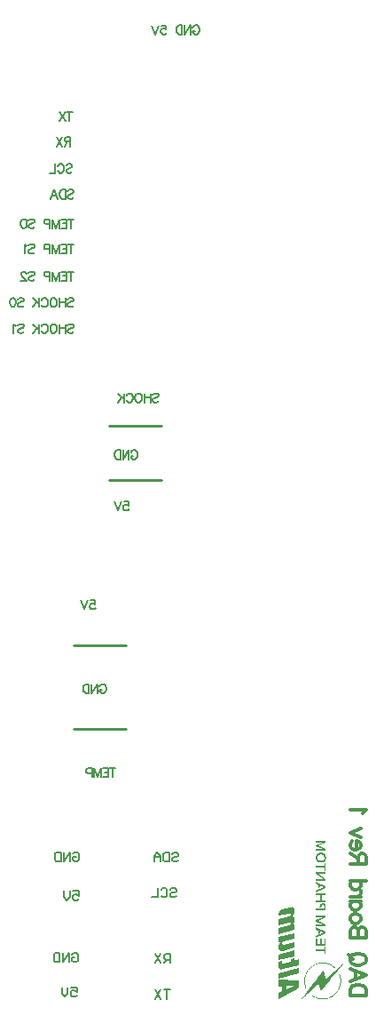
<source format=gbo>
G04*
G04 #@! TF.GenerationSoftware,Altium Limited,Altium Designer,18.1.11 (251)*
G04*
G04 Layer_Color=32896*
%FSLAX25Y25*%
%MOIN*%
G70*
G01*
G75*
%ADD13C,0.01000*%
%ADD15C,0.00620*%
%ADD17C,0.01181*%
G36*
X126918Y75550D02*
X126923D01*
X126931Y75546D01*
X126948D01*
X126970Y75537D01*
X126996Y75533D01*
X127026Y75524D01*
X127099Y75498D01*
X127177Y75468D01*
X127259Y75425D01*
X127336Y75369D01*
X127410Y75300D01*
Y75296D01*
X127418Y75291D01*
X127427Y75278D01*
X127435Y75261D01*
X127465Y75218D01*
X127500Y75153D01*
X127539Y75080D01*
X127578Y74994D01*
X127616Y74895D01*
X127647Y74787D01*
Y74783D01*
X127651Y74774D01*
X127655Y74757D01*
X127659Y74735D01*
X127664Y74709D01*
X127672Y74675D01*
X127677Y74636D01*
X127685Y74593D01*
X127694Y74546D01*
X127698Y74494D01*
X127711Y74382D01*
X127720Y74257D01*
X127724Y74119D01*
Y74050D01*
X127720Y74024D01*
Y73955D01*
X127711Y73878D01*
X127703Y73791D01*
X127690Y73701D01*
X127672Y73606D01*
Y73593D01*
X127668Y73580D01*
X127664Y73563D01*
X127659Y73541D01*
X127651Y73516D01*
X127638Y73451D01*
X127616Y73373D01*
X127591Y73291D01*
X127560Y73201D01*
X127526Y73110D01*
Y73106D01*
X127522Y73097D01*
X127517Y73085D01*
X127509Y73067D01*
X127496Y73041D01*
X127483Y73016D01*
X127453Y72951D01*
X127414Y72878D01*
X127366Y72796D01*
X127310Y72710D01*
X127250Y72623D01*
Y72619D01*
X127241Y72615D01*
X127233Y72602D01*
X127220Y72585D01*
X127181Y72541D01*
X127134Y72486D01*
X127073Y72421D01*
X127000Y72352D01*
X126923Y72279D01*
X126832Y72205D01*
X126836D01*
X126841D01*
X126854Y72201D01*
X126871Y72197D01*
X126914Y72188D01*
X126966Y72171D01*
X127026Y72149D01*
X127091Y72123D01*
X127160Y72093D01*
X127224Y72059D01*
X127233Y72054D01*
X127254Y72041D01*
X127285Y72020D01*
X127323Y71990D01*
X127366Y71951D01*
X127414Y71904D01*
X127461Y71852D01*
X127509Y71792D01*
X127513Y71783D01*
X127526Y71761D01*
X127547Y71727D01*
X127569Y71675D01*
X127595Y71615D01*
X127621Y71542D01*
X127647Y71460D01*
X127668Y71369D01*
Y71365D01*
X127672Y71356D01*
Y71343D01*
X127677Y71326D01*
X127681Y71300D01*
X127685Y71270D01*
X127690Y71236D01*
X127698Y71201D01*
X127707Y71111D01*
X127716Y71012D01*
X127720Y70895D01*
X127724Y70770D01*
Y70714D01*
X127720Y70671D01*
Y70619D01*
X127711Y70559D01*
X127707Y70490D01*
X127698Y70417D01*
X127685Y70339D01*
X127672Y70253D01*
X127634Y70076D01*
X127608Y69986D01*
X127582Y69895D01*
X127547Y69805D01*
X127509Y69718D01*
X127504Y69714D01*
X127500Y69697D01*
X127487Y69675D01*
X127470Y69641D01*
X127444Y69602D01*
X127418Y69555D01*
X127384Y69503D01*
X127349Y69447D01*
X127306Y69387D01*
X127254Y69322D01*
X127203Y69257D01*
X127147Y69193D01*
X127082Y69124D01*
X127013Y69059D01*
X126940Y68994D01*
X126862Y68930D01*
Y68904D01*
X127565Y69072D01*
Y66900D01*
X121802Y65460D01*
Y67607D01*
X125604Y68568D01*
X125608D01*
X125621Y68572D01*
X125638Y68576D01*
X125660Y68585D01*
X125690Y68594D01*
X125720Y68607D01*
X125798Y68637D01*
X125879Y68675D01*
X125966Y68727D01*
X126048Y68787D01*
X126117Y68856D01*
Y68861D01*
X126125Y68865D01*
X126134Y68878D01*
X126142Y68891D01*
X126172Y68938D01*
X126203Y68994D01*
X126233Y69068D01*
X126263Y69158D01*
X126280Y69257D01*
X126289Y69365D01*
Y69395D01*
X126285Y69417D01*
X126280Y69468D01*
X126267Y69533D01*
X126246Y69602D01*
X126216Y69671D01*
X126172Y69731D01*
X126147Y69762D01*
X126117Y69783D01*
X126108Y69787D01*
X126086Y69800D01*
X126043Y69813D01*
X125987Y69826D01*
X125918Y69835D01*
X125828D01*
X125720Y69826D01*
X125664Y69813D01*
X125599Y69796D01*
X121802Y68844D01*
Y70994D01*
X125604Y71947D01*
X125608D01*
X125621Y71951D01*
X125638Y71955D01*
X125660Y71964D01*
X125690Y71973D01*
X125720Y71986D01*
X125798Y72016D01*
X125879Y72059D01*
X125966Y72110D01*
X126048Y72171D01*
X126117Y72240D01*
Y72244D01*
X126125Y72248D01*
X126134Y72261D01*
X126142Y72279D01*
X126172Y72322D01*
X126203Y72382D01*
X126233Y72455D01*
X126263Y72546D01*
X126280Y72649D01*
X126289Y72766D01*
Y72796D01*
X126285Y72817D01*
Y72843D01*
X126280Y72869D01*
X126267Y72938D01*
X126246Y73007D01*
X126216Y73076D01*
X126172Y73141D01*
X126147Y73166D01*
X126117Y73188D01*
X126108Y73192D01*
X126086Y73205D01*
X126043Y73218D01*
X125991Y73231D01*
X125918Y73240D01*
X125828Y73235D01*
X125724Y73227D01*
X125668Y73214D01*
X125604Y73197D01*
X121802Y72244D01*
Y73248D01*
X121807Y73283D01*
X121811Y73326D01*
X121819Y73382D01*
X121828Y73438D01*
X121841Y73503D01*
X121854Y73572D01*
X121876Y73649D01*
X121897Y73727D01*
X121927Y73804D01*
X121962Y73886D01*
X122000Y73968D01*
X122048Y74046D01*
X122100Y74128D01*
X122104Y74132D01*
X122113Y74145D01*
X122130Y74166D01*
X122151Y74196D01*
X122181Y74231D01*
X122216Y74265D01*
X122259Y74309D01*
X122306Y74352D01*
X122358Y74399D01*
X122414Y74442D01*
X122475Y74490D01*
X122544Y74533D01*
X122613Y74572D01*
X122686Y74606D01*
X122768Y74636D01*
X122850Y74662D01*
X126151Y75494D01*
X126155D01*
X126172Y75498D01*
X126194Y75503D01*
X126228Y75511D01*
X126267Y75515D01*
X126310Y75524D01*
X126362Y75533D01*
X126418Y75541D01*
X126539Y75554D01*
X126664Y75563D01*
X126793D01*
X126918Y75550D01*
D02*
G37*
G36*
X127565Y63693D02*
X123755Y62732D01*
X123750D01*
X123742Y62728D01*
X123720Y62723D01*
X123699Y62715D01*
X123668Y62706D01*
X123638Y62693D01*
X123561Y62667D01*
X123479Y62624D01*
X123393Y62577D01*
X123311Y62516D01*
X123237Y62443D01*
Y62439D01*
X123229Y62435D01*
X123220Y62422D01*
X123212Y62409D01*
X123181Y62361D01*
X123151Y62301D01*
X123121Y62228D01*
X123091Y62142D01*
X123074Y62038D01*
X123065Y61926D01*
Y61896D01*
X123069Y61879D01*
X123074Y61827D01*
X123087Y61762D01*
X123108Y61698D01*
X123138Y61629D01*
X123181Y61568D01*
X123207Y61542D01*
X123237Y61521D01*
X123246Y61516D01*
X123272Y61504D01*
X123311Y61491D01*
X123367Y61478D01*
X123440Y61469D01*
X123530D01*
X123634Y61478D01*
X123694Y61491D01*
X123755Y61504D01*
X127565Y62456D01*
Y60305D01*
X123203Y59215D01*
X123199D01*
X123181Y59211D01*
X123160Y59206D01*
X123130Y59198D01*
X123087Y59193D01*
X123044Y59185D01*
X122992Y59176D01*
X122940Y59168D01*
X122819Y59155D01*
X122690Y59146D01*
X122561D01*
X122440Y59159D01*
X122436D01*
X122427Y59163D01*
X122410Y59168D01*
X122388Y59172D01*
X122362Y59180D01*
X122337Y59189D01*
X122268Y59215D01*
X122194Y59250D01*
X122117Y59297D01*
X122044Y59357D01*
X121979Y59430D01*
Y59435D01*
X121970Y59439D01*
X121962Y59452D01*
X121953Y59465D01*
X121923Y59508D01*
X121884Y59568D01*
X121845Y59637D01*
X121802Y59719D01*
X121763Y59814D01*
X121729Y59913D01*
Y59917D01*
X121725Y59926D01*
X121720Y59943D01*
X121716Y59965D01*
X121712Y59991D01*
X121703Y60025D01*
X121694Y60060D01*
X121690Y60103D01*
X121681Y60150D01*
X121677Y60202D01*
X121664Y60314D01*
X121656Y60439D01*
Y60633D01*
X121660Y60676D01*
Y60728D01*
X121669Y60784D01*
X121673Y60853D01*
X121681Y60926D01*
X121694Y61004D01*
X121707Y61085D01*
X121742Y61262D01*
X121794Y61439D01*
X121828Y61529D01*
X121862Y61616D01*
X121867Y61620D01*
X121871Y61637D01*
X121884Y61659D01*
X121901Y61693D01*
X121923Y61732D01*
X121949Y61779D01*
X121983Y61827D01*
X122018Y61883D01*
X122061Y61943D01*
X122108Y62008D01*
X122156Y62072D01*
X122212Y62137D01*
X122276Y62202D01*
X122341Y62271D01*
X122410Y62335D01*
X122487Y62396D01*
Y62426D01*
X121794Y62258D01*
Y64400D01*
X127565Y65844D01*
Y63693D01*
D02*
G37*
G36*
Y57176D02*
X121794Y55737D01*
Y57879D01*
X127565Y59331D01*
Y57176D01*
D02*
G37*
G36*
Y55487D02*
X129327Y55948D01*
Y53797D01*
X123194Y52246D01*
X123190D01*
X123173Y52241D01*
X123151Y52233D01*
X123117Y52228D01*
X123078Y52220D01*
X123030Y52207D01*
X122979Y52198D01*
X122923Y52190D01*
X122798Y52168D01*
X122673Y52155D01*
X122544Y52151D01*
X122423Y52155D01*
X122418D01*
X122410Y52160D01*
X122393D01*
X122375Y52164D01*
X122324Y52177D01*
X122259Y52198D01*
X122186Y52228D01*
X122117Y52272D01*
X122048Y52323D01*
X121992Y52392D01*
X121987Y52401D01*
X121970Y52427D01*
X121949Y52465D01*
X121919Y52522D01*
X121888Y52595D01*
X121854Y52681D01*
X121824Y52780D01*
X121798Y52896D01*
Y52901D01*
X121794Y52914D01*
Y52931D01*
X121789Y52957D01*
X121785Y52987D01*
X121776Y53030D01*
X121772Y53073D01*
X121768Y53125D01*
X121759Y53181D01*
X121755Y53246D01*
X121750Y53315D01*
X121746Y53388D01*
X121742Y53465D01*
Y53905D01*
X121746Y53991D01*
Y54090D01*
X121750Y54198D01*
X121755Y54310D01*
Y54362D01*
X121759Y54392D01*
Y54461D01*
X121763Y54504D01*
X121768Y54599D01*
X121776Y54707D01*
X121785Y54819D01*
X121794Y54940D01*
X123074Y55263D01*
Y54858D01*
X123078Y54810D01*
X123082Y54754D01*
X123095Y54694D01*
X123112Y54629D01*
X123143Y54573D01*
X123177Y54526D01*
X123181Y54521D01*
X123199Y54509D01*
X123224Y54496D01*
X123263Y54478D01*
X123315Y54465D01*
X123375Y54461D01*
X123444D01*
X123526Y54478D01*
X126272Y55164D01*
Y56060D01*
X127565Y56383D01*
Y55487D01*
D02*
G37*
G36*
X129405Y50625D02*
X121794Y48716D01*
Y50862D01*
X129405Y52776D01*
Y50625D01*
D02*
G37*
G36*
Y47979D02*
Y46656D01*
X129401Y46626D01*
X129396Y46591D01*
Y46548D01*
X129388Y46501D01*
X129384Y46449D01*
X129366Y46328D01*
X129349Y46199D01*
X129319Y46065D01*
X129284Y45927D01*
Y45923D01*
X129280Y45910D01*
X129271Y45893D01*
X129263Y45867D01*
X129250Y45832D01*
X129237Y45794D01*
X129220Y45750D01*
X129202Y45703D01*
X129155Y45600D01*
X129103Y45483D01*
X129039Y45363D01*
X128970Y45242D01*
Y45238D01*
X128961Y45229D01*
X128948Y45212D01*
X128935Y45190D01*
X128918Y45160D01*
X128892Y45130D01*
X128840Y45052D01*
X128771Y44962D01*
X128690Y44867D01*
X128599Y44768D01*
X128500Y44669D01*
X128496Y44664D01*
X128487Y44656D01*
X128474Y44643D01*
X128453Y44626D01*
X128427Y44604D01*
X128396Y44574D01*
X128362Y44548D01*
X128323Y44514D01*
X128233Y44445D01*
X128129Y44367D01*
X128017Y44289D01*
X127892Y44216D01*
X121794Y40945D01*
X121802Y43419D01*
X123117Y44001D01*
Y45850D01*
X121794Y45781D01*
Y48263D01*
X129405Y47979D01*
D02*
G37*
G36*
X139482Y99824D02*
X136668Y98573D01*
X139482Y97330D01*
Y96605D01*
X135779D01*
Y97252D01*
X138360D01*
X135779Y98271D01*
Y98849D01*
X138360Y99867D01*
X135779D01*
Y100497D01*
X139482D01*
Y99824D01*
D02*
G37*
G36*
X137790Y95958D02*
X137945Y95949D01*
X138101Y95923D01*
X138230Y95898D01*
X138360Y95863D01*
X138481Y95820D01*
X138584Y95777D01*
X138671Y95733D01*
X138757Y95690D01*
X138826Y95647D01*
X138886Y95613D01*
X138938Y95569D01*
X138972Y95544D01*
X138998Y95518D01*
X139016Y95509D01*
X139024Y95500D01*
X139111Y95414D01*
X139180Y95311D01*
X139249Y95207D01*
X139301Y95095D01*
X139387Y94871D01*
X139438Y94646D01*
X139456Y94542D01*
X139473Y94448D01*
X139482Y94361D01*
X139490Y94284D01*
X139499Y94223D01*
Y94137D01*
X139490Y93964D01*
X139482Y93809D01*
X139456Y93662D01*
X139421Y93524D01*
X139387Y93395D01*
X139352Y93283D01*
X139309Y93170D01*
X139266Y93084D01*
X139214Y92998D01*
X139171Y92929D01*
X139137Y92868D01*
X139102Y92817D01*
X139067Y92782D01*
X139042Y92756D01*
X139033Y92739D01*
X139024Y92730D01*
X138929Y92653D01*
X138834Y92584D01*
X138722Y92514D01*
X138610Y92463D01*
X138377Y92385D01*
X138144Y92333D01*
X138040Y92307D01*
X137937Y92299D01*
X137851Y92290D01*
X137773Y92282D01*
X137704Y92273D01*
X137661D01*
X137626D01*
X137618D01*
X137445Y92282D01*
X137290Y92307D01*
X137143Y92333D01*
X137005Y92368D01*
X136875Y92402D01*
X136763Y92445D01*
X136660Y92489D01*
X136565Y92540D01*
X136478Y92584D01*
X136409Y92627D01*
X136349Y92661D01*
X136297Y92704D01*
X136263Y92730D01*
X136237Y92756D01*
X136220Y92765D01*
X136211Y92773D01*
X136133Y92868D01*
X136056Y92963D01*
X135995Y93075D01*
X135943Y93188D01*
X135857Y93412D01*
X135805Y93628D01*
X135788Y93731D01*
X135771Y93826D01*
X135762Y93913D01*
X135754Y93990D01*
X135745Y94051D01*
Y94137D01*
X135754Y94301D01*
X135762Y94456D01*
X135788Y94603D01*
X135814Y94732D01*
X135857Y94853D01*
X135892Y94965D01*
X135935Y95069D01*
X135978Y95155D01*
X136021Y95242D01*
X136064Y95311D01*
X136107Y95371D01*
X136142Y95414D01*
X136168Y95449D01*
X136194Y95483D01*
X136202Y95492D01*
X136211Y95500D01*
X136306Y95587D01*
X136409Y95656D01*
X136513Y95716D01*
X136634Y95768D01*
X136867Y95854D01*
X137091Y95906D01*
X137195Y95932D01*
X137298Y95941D01*
X137385Y95949D01*
X137462Y95958D01*
X137531Y95967D01*
X137575D01*
X137609D01*
X137618D01*
X137790Y95958D01*
D02*
G37*
G36*
X139482Y89201D02*
X138878D01*
Y90262D01*
X135779D01*
Y90952D01*
X138878D01*
Y92014D01*
X139482D01*
Y89201D01*
D02*
G37*
G36*
Y88139D02*
X136772D01*
X139482Y86189D01*
Y85490D01*
X135779D01*
Y86154D01*
X138524D01*
X135779Y88122D01*
Y88795D01*
X139482D01*
Y88139D01*
D02*
G37*
G36*
Y83436D02*
Y82694D01*
X135779Y81132D01*
Y81839D01*
X138774Y83047D01*
X137376Y83634D01*
Y82892D01*
X136772Y82650D01*
Y83876D01*
X135779Y84307D01*
Y85049D01*
X139482Y83436D01*
D02*
G37*
G36*
Y79992D02*
X137945D01*
Y78163D01*
X139482D01*
Y77472D01*
X135779D01*
Y78163D01*
X137341D01*
Y79992D01*
X135779D01*
Y80665D01*
X139482D01*
Y79992D01*
D02*
G37*
G36*
X138619Y77015D02*
X138774Y76981D01*
X138912Y76937D01*
X139024Y76886D01*
X139102Y76825D01*
X139162Y76782D01*
X139206Y76748D01*
X139214Y76739D01*
X139301Y76618D01*
X139369Y76489D01*
X139413Y76342D01*
X139447Y76204D01*
X139464Y76083D01*
X139482Y75979D01*
Y74227D01*
X135779D01*
Y74901D01*
X138869D01*
Y75841D01*
X138860Y75928D01*
X138852Y75997D01*
X138834Y76057D01*
X138809Y76100D01*
X138783Y76135D01*
X138765Y76169D01*
X138757Y76178D01*
X138748Y76187D01*
X138705Y76221D01*
X138645Y76256D01*
X138532Y76281D01*
X138481Y76290D01*
X138437Y76299D01*
X138412D01*
X138403D01*
X138308Y76290D01*
X138213Y76264D01*
X138135Y76221D01*
X138066Y76178D01*
X138015Y76135D01*
X137971Y76092D01*
X137945Y76066D01*
X137937Y76057D01*
X137876Y75962D01*
X137816Y75850D01*
X137773Y75738D01*
X137738Y75626D01*
X137704Y75522D01*
X137687Y75444D01*
X137678Y75410D01*
Y75384D01*
X137669Y75375D01*
Y75367D01*
X137065Y75453D01*
X137091Y75600D01*
X137117Y75729D01*
X137152Y75850D01*
X137186Y75971D01*
X137221Y76074D01*
X137264Y76169D01*
X137298Y76256D01*
X137333Y76333D01*
X137376Y76402D01*
X137410Y76463D01*
X137436Y76515D01*
X137471Y76558D01*
X137488Y76583D01*
X137505Y76609D01*
X137523Y76627D01*
X137592Y76696D01*
X137661Y76756D01*
X137808Y76860D01*
X137963Y76929D01*
X138110Y76972D01*
X138239Y77006D01*
X138299Y77015D01*
X138342D01*
X138386Y77024D01*
X138412D01*
X138429D01*
X138437D01*
X138619Y77015D01*
D02*
G37*
G36*
X139482Y71578D02*
X136668Y70353D01*
X139482Y69110D01*
Y68385D01*
X135779D01*
Y69015D01*
X138360D01*
X135779Y70042D01*
Y70629D01*
X138360Y71647D01*
X135779D01*
Y72277D01*
X139482D01*
Y71578D01*
D02*
G37*
G36*
Y66322D02*
Y65589D01*
X135779Y64018D01*
Y64709D01*
X138774Y65943D01*
X137376Y66521D01*
Y65770D01*
X136772Y65537D01*
Y66771D01*
X135779Y67203D01*
Y67936D01*
X139482Y66322D01*
D02*
G37*
G36*
X136358Y61809D02*
X137341D01*
Y63569D01*
X137963D01*
Y61809D01*
X138878D01*
Y63664D01*
X139482D01*
Y61127D01*
X135779D01*
Y63699D01*
X136358D01*
Y61809D01*
D02*
G37*
G36*
X139482Y57934D02*
X138878D01*
Y58996D01*
X135779D01*
Y59669D01*
X138878D01*
Y60747D01*
X139482D01*
Y57934D01*
D02*
G37*
G36*
X138524Y54810D02*
X138584D01*
X138619D01*
X138636D01*
X139067Y54767D01*
X139482Y54698D01*
X139672Y54655D01*
X139861Y54611D01*
X140034Y54568D01*
X140198Y54525D01*
X140345Y54482D01*
X140474Y54439D01*
X140595Y54396D01*
X140690Y54361D01*
X140776Y54335D01*
X140828Y54309D01*
X140871Y54301D01*
X140880Y54292D01*
X141277Y54120D01*
X141467Y54025D01*
X141648Y53921D01*
X141812Y53826D01*
X141976Y53723D01*
X142122Y53628D01*
X142261Y53533D01*
X142390Y53438D01*
X142502Y53360D01*
X142597Y53282D01*
X142675Y53222D01*
X142744Y53170D01*
X142787Y53127D01*
X142822Y53101D01*
X142830Y53093D01*
X142632Y52860D01*
X142295Y53127D01*
X142131Y53257D01*
X141967Y53369D01*
X141803Y53472D01*
X141639Y53567D01*
X141484Y53662D01*
X141346Y53740D01*
X141208Y53809D01*
X141087Y53869D01*
X140975Y53921D01*
X140888Y53964D01*
X140811Y53999D01*
X140750Y54025D01*
X140716Y54033D01*
X140707Y54042D01*
X140319Y54180D01*
X139930Y54292D01*
X139749Y54335D01*
X139577Y54370D01*
X139404Y54404D01*
X139249Y54430D01*
X139102Y54456D01*
X138972Y54474D01*
X138860Y54482D01*
X138765Y54491D01*
X138679Y54499D01*
X138627Y54508D01*
X138584D01*
X138575D01*
X138377Y54517D01*
X138170D01*
X137782Y54491D01*
X137600Y54474D01*
X137419Y54456D01*
X137247Y54430D01*
X137091Y54404D01*
X136944Y54378D01*
X136815Y54353D01*
X136703Y54327D01*
X136608Y54309D01*
X136522Y54284D01*
X136470Y54275D01*
X136427Y54258D01*
X136418D01*
X136021Y54120D01*
X135641Y53964D01*
X135469Y53887D01*
X135296Y53800D01*
X135141Y53714D01*
X134994Y53636D01*
X134865Y53559D01*
X134744Y53490D01*
X134640Y53421D01*
X134554Y53369D01*
X134485Y53326D01*
X134433Y53282D01*
X134399Y53265D01*
X134390Y53257D01*
X134053Y52998D01*
X133889Y52860D01*
X133743Y52722D01*
X133605Y52592D01*
X133475Y52454D01*
X133354Y52325D01*
X133242Y52204D01*
X133147Y52092D01*
X133061Y51988D01*
X132983Y51893D01*
X132923Y51815D01*
X132871Y51746D01*
X132837Y51703D01*
X132819Y51669D01*
X132811Y51660D01*
X132586Y51306D01*
X132396Y50961D01*
X132241Y50633D01*
X132172Y50469D01*
X132112Y50322D01*
X132051Y50193D01*
X132008Y50064D01*
X131965Y49960D01*
X131939Y49865D01*
X131913Y49787D01*
X131896Y49727D01*
X131879Y49692D01*
Y49684D01*
X131784Y49287D01*
X131715Y48899D01*
X131689Y48717D01*
X131672Y48536D01*
X131654Y48363D01*
X131646Y48199D01*
X131637Y48053D01*
Y47923D01*
X131628Y47802D01*
Y47699D01*
X131637Y47621D01*
Y47509D01*
X131654Y47302D01*
X131680Y47095D01*
X131749Y46707D01*
X131784Y46517D01*
X131827Y46335D01*
X131870Y46163D01*
X131922Y46007D01*
X131965Y45861D01*
X132000Y45723D01*
X132043Y45610D01*
X132077Y45515D01*
X132103Y45429D01*
X132129Y45377D01*
X132138Y45334D01*
X132146Y45326D01*
X131870Y45205D01*
X131775Y45447D01*
X131689Y45680D01*
X131620Y45895D01*
X131568Y46094D01*
X131542Y46189D01*
X131516Y46266D01*
X131499Y46335D01*
X131490Y46404D01*
X131482Y46448D01*
X131473Y46482D01*
X131464Y46508D01*
Y46517D01*
X131421Y46775D01*
X131387Y47017D01*
X131369Y47250D01*
X131352Y47457D01*
X131344Y47544D01*
Y47630D01*
X131335Y47699D01*
Y48053D01*
X131344Y48225D01*
X131352Y48381D01*
X131369Y48527D01*
X131378Y48640D01*
X131387Y48735D01*
Y48769D01*
X131395Y48795D01*
Y48812D01*
X131421Y48985D01*
X131447Y49149D01*
X131482Y49304D01*
X131508Y49442D01*
X131533Y49563D01*
X131559Y49649D01*
X131568Y49684D01*
Y49710D01*
X131577Y49718D01*
Y49727D01*
X131637Y49934D01*
X131706Y50141D01*
X131861Y50529D01*
X131948Y50719D01*
X132025Y50892D01*
X132112Y51056D01*
X132189Y51203D01*
X132267Y51341D01*
X132336Y51462D01*
X132405Y51574D01*
X132457Y51660D01*
X132509Y51738D01*
X132543Y51789D01*
X132560Y51824D01*
X132569Y51833D01*
X132837Y52187D01*
X132975Y52350D01*
X133113Y52506D01*
X133259Y52661D01*
X133389Y52799D01*
X133527Y52920D01*
X133648Y53041D01*
X133769Y53144D01*
X133872Y53239D01*
X133967Y53317D01*
X134053Y53386D01*
X134114Y53438D01*
X134166Y53472D01*
X134200Y53498D01*
X134209Y53507D01*
X134580Y53749D01*
X134942Y53956D01*
X135296Y54137D01*
X135469Y54215D01*
X135624Y54284D01*
X135771Y54335D01*
X135900Y54387D01*
X136021Y54439D01*
X136125Y54474D01*
X136202Y54499D01*
X136263Y54517D01*
X136306Y54534D01*
X136314D01*
X136530Y54594D01*
X136737Y54646D01*
X137160Y54715D01*
X137359Y54750D01*
X137549Y54767D01*
X137730Y54784D01*
X137902Y54801D01*
X138058Y54810D01*
X138204D01*
X138325D01*
X138437Y54819D01*
X138524Y54810D01*
D02*
G37*
G36*
X145911Y54327D02*
X145946Y54309D01*
X145954Y54301D01*
X145566Y53826D01*
X145195Y53369D01*
X145013Y53144D01*
X144850Y52937D01*
X144686Y52739D01*
X144539Y52558D01*
X144392Y52385D01*
X144271Y52230D01*
X144159Y52092D01*
X144073Y51979D01*
X143995Y51885D01*
X143935Y51824D01*
X143900Y51781D01*
X143892Y51764D01*
X143503Y51289D01*
X143123Y50832D01*
X142951Y50607D01*
X142778Y50400D01*
X142614Y50202D01*
X142459Y50012D01*
X142321Y49848D01*
X142192Y49692D01*
X142088Y49554D01*
X141993Y49433D01*
X141915Y49347D01*
X141855Y49278D01*
X141820Y49235D01*
X141812Y49218D01*
X141423Y48743D01*
X141052Y48277D01*
X140871Y48061D01*
X140699Y47846D01*
X140534Y47647D01*
X140379Y47466D01*
X140241Y47293D01*
X140112Y47138D01*
X139999Y47000D01*
X139904Y46879D01*
X139827Y46793D01*
X139775Y46724D01*
X139732Y46681D01*
X139723Y46663D01*
X139335Y46189D01*
X138955Y45723D01*
X138774Y45507D01*
X138601Y45291D01*
X138437Y45093D01*
X138291Y44903D01*
X138144Y44730D01*
X138023Y44575D01*
X137911Y44437D01*
X137816Y44325D01*
X137738Y44230D01*
X137678Y44161D01*
X137644Y44118D01*
X137635Y44100D01*
X137549Y44368D01*
X137462Y44618D01*
X137376Y44851D01*
X137307Y45067D01*
X137272Y45162D01*
X137247Y45239D01*
X137221Y45317D01*
X137203Y45377D01*
X137186Y45429D01*
X137169Y45464D01*
X137160Y45490D01*
Y45498D01*
X137074Y45757D01*
X136988Y46007D01*
X136910Y46240D01*
X136832Y46456D01*
X136806Y46551D01*
X136772Y46637D01*
X136746Y46715D01*
X136729Y46775D01*
X136711Y46827D01*
X136694Y46862D01*
X136686Y46888D01*
Y46896D01*
X136383Y46620D01*
X136099Y46353D01*
X135831Y46102D01*
X135710Y45990D01*
X135590Y45878D01*
X135486Y45783D01*
X135391Y45688D01*
X135305Y45610D01*
X135236Y45550D01*
X135175Y45490D01*
X135132Y45455D01*
X135106Y45429D01*
X135098Y45421D01*
X134804Y45144D01*
X134519Y44877D01*
X134252Y44627D01*
X134123Y44506D01*
X134010Y44402D01*
X133907Y44299D01*
X133812Y44212D01*
X133726Y44135D01*
X133656Y44066D01*
X133596Y44014D01*
X133553Y43971D01*
X133527Y43945D01*
X133518Y43936D01*
X133225Y43660D01*
X132940Y43401D01*
X132673Y43159D01*
X132552Y43039D01*
X132440Y42935D01*
X132336Y42840D01*
X132241Y42754D01*
X132155Y42676D01*
X132086Y42607D01*
X132025Y42555D01*
X131982Y42521D01*
X131956Y42495D01*
X131948Y42486D01*
X131654Y42210D01*
X131378Y41943D01*
X131111Y41692D01*
X130990Y41580D01*
X130878Y41477D01*
X130774Y41373D01*
X130679Y41287D01*
X130593Y41209D01*
X130524Y41149D01*
X130463Y41088D01*
X130420Y41054D01*
X130394Y41028D01*
X130386Y41019D01*
X130368Y41028D01*
X130360D01*
X130351D01*
X130317Y41045D01*
X130308Y41054D01*
X130688Y41563D01*
X131059Y42046D01*
X131240Y42288D01*
X131413Y42512D01*
X131568Y42719D01*
X131723Y42918D01*
X131861Y43108D01*
X131982Y43272D01*
X132094Y43418D01*
X132189Y43539D01*
X132258Y43634D01*
X132319Y43712D01*
X132353Y43755D01*
X132362Y43772D01*
X132742Y44281D01*
X133113Y44782D01*
X133285Y45015D01*
X133458Y45239D01*
X133613Y45455D01*
X133769Y45654D01*
X133907Y45835D01*
X134028Y46007D01*
X134140Y46154D01*
X134235Y46275D01*
X134304Y46370D01*
X134364Y46448D01*
X134399Y46491D01*
X134407Y46508D01*
X134787Y47017D01*
X135167Y47518D01*
X135339Y47751D01*
X135512Y47975D01*
X135676Y48191D01*
X135823Y48389D01*
X135961Y48570D01*
X136090Y48743D01*
X136202Y48890D01*
X136289Y49011D01*
X136366Y49106D01*
X136427Y49183D01*
X136461Y49226D01*
X136470Y49244D01*
X136858Y49753D01*
X137238Y50253D01*
X137410Y50486D01*
X137583Y50719D01*
X137747Y50935D01*
X137894Y51134D01*
X138032Y51323D01*
X138161Y51487D01*
X138274Y51634D01*
X138368Y51764D01*
X138437Y51859D01*
X138498Y51936D01*
X138532Y51979D01*
X138541Y51997D01*
X138627Y51677D01*
X138714Y51367D01*
X138791Y51073D01*
X138826Y50944D01*
X138860Y50823D01*
X138886Y50702D01*
X138912Y50599D01*
X138938Y50512D01*
X138964Y50435D01*
X138972Y50374D01*
X138990Y50322D01*
X138998Y50296D01*
Y50288D01*
X139085Y49969D01*
X139162Y49667D01*
X139240Y49382D01*
X139275Y49252D01*
X139309Y49123D01*
X139335Y49011D01*
X139361Y48907D01*
X139387Y48821D01*
X139413Y48743D01*
X139421Y48683D01*
X139438Y48631D01*
X139447Y48605D01*
Y48596D01*
X139749Y48864D01*
X140043Y49132D01*
X140319Y49373D01*
X140448Y49485D01*
X140560Y49597D01*
X140673Y49692D01*
X140768Y49779D01*
X140854Y49856D01*
X140923Y49925D01*
X140983Y49977D01*
X141026Y50012D01*
X141052Y50038D01*
X141061Y50046D01*
X141363Y50314D01*
X141656Y50573D01*
X141933Y50814D01*
X142062Y50927D01*
X142174Y51039D01*
X142286Y51134D01*
X142381Y51220D01*
X142468Y51289D01*
X142537Y51358D01*
X142597Y51410D01*
X142640Y51444D01*
X142666Y51470D01*
X142675Y51479D01*
X142977Y51746D01*
X143262Y52005D01*
X143538Y52247D01*
X143659Y52359D01*
X143779Y52471D01*
X143883Y52566D01*
X143986Y52653D01*
X144073Y52730D01*
X144142Y52799D01*
X144202Y52851D01*
X144245Y52886D01*
X144271Y52911D01*
X144280Y52920D01*
X144573Y53188D01*
X144867Y53438D01*
X145134Y53680D01*
X145255Y53792D01*
X145376Y53895D01*
X145488Y53990D01*
X145583Y54076D01*
X145669Y54154D01*
X145738Y54215D01*
X145799Y54266D01*
X145842Y54301D01*
X145868Y54327D01*
X145877Y54335D01*
X145902D01*
X145911Y54327D01*
D02*
G37*
G36*
X144798Y50176D02*
X144867Y49969D01*
X144979Y49563D01*
X145022Y49373D01*
X145065Y49192D01*
X145100Y49011D01*
X145126Y48847D01*
X145143Y48691D01*
X145160Y48562D01*
X145177Y48441D01*
X145186Y48338D01*
X145195Y48251D01*
X145203Y48191D01*
Y48139D01*
X145195Y47708D01*
X145169Y47302D01*
X145143Y47112D01*
X145117Y46922D01*
X145091Y46750D01*
X145065Y46586D01*
X145031Y46439D01*
X145005Y46310D01*
X144979Y46189D01*
X144953Y46094D01*
X144936Y46007D01*
X144919Y45956D01*
X144901Y45913D01*
Y45904D01*
X144772Y45507D01*
X144616Y45136D01*
X144530Y44963D01*
X144453Y44799D01*
X144375Y44644D01*
X144297Y44497D01*
X144220Y44368D01*
X144150Y44247D01*
X144090Y44143D01*
X144030Y44057D01*
X143986Y43988D01*
X143952Y43936D01*
X143935Y43902D01*
X143926Y43893D01*
X143667Y43548D01*
X143400Y43237D01*
X143262Y43091D01*
X143132Y42961D01*
X143003Y42832D01*
X142873Y42719D01*
X142761Y42616D01*
X142649Y42521D01*
X142554Y42443D01*
X142476Y42374D01*
X142407Y42322D01*
X142356Y42288D01*
X142321Y42262D01*
X142312Y42253D01*
X141941Y42012D01*
X141579Y41805D01*
X141234Y41632D01*
X141070Y41554D01*
X140914Y41485D01*
X140776Y41425D01*
X140647Y41373D01*
X140534Y41330D01*
X140431Y41295D01*
X140353Y41269D01*
X140302Y41252D01*
X140258Y41235D01*
X140250D01*
X139836Y41131D01*
X139438Y41054D01*
X139240Y41028D01*
X139059Y41002D01*
X138886Y40985D01*
X138722Y40976D01*
X138575Y40968D01*
X138437Y40959D01*
X138317Y40950D01*
X138213D01*
X138135D01*
X138075D01*
X138040D01*
X138023D01*
X137609Y40985D01*
X137203Y41036D01*
X137013Y41071D01*
X136832Y41106D01*
X136660Y41149D01*
X136504Y41183D01*
X136358Y41226D01*
X136220Y41261D01*
X136107Y41295D01*
X136012Y41330D01*
X135926Y41356D01*
X135874Y41373D01*
X135831Y41390D01*
X135823D01*
X135426Y41554D01*
X135055Y41736D01*
X134882Y41831D01*
X134718Y41934D01*
X134563Y42029D01*
X134416Y42115D01*
X134286Y42202D01*
X134166Y42288D01*
X134071Y42357D01*
X133984Y42426D01*
X133915Y42478D01*
X133864Y42512D01*
X133829Y42538D01*
X133820Y42547D01*
X133838D01*
X134028Y42788D01*
X134355Y42529D01*
X134692Y42314D01*
X135011Y42124D01*
X135158Y42038D01*
X135305Y41969D01*
X135434Y41899D01*
X135555Y41839D01*
X135659Y41796D01*
X135754Y41753D01*
X135823Y41727D01*
X135883Y41701D01*
X135917Y41692D01*
X135926Y41684D01*
X136314Y41554D01*
X136694Y41451D01*
X136875Y41408D01*
X137048Y41373D01*
X137212Y41347D01*
X137367Y41321D01*
X137505Y41304D01*
X137635Y41287D01*
X137747Y41278D01*
X137842Y41269D01*
X137920Y41261D01*
X137980Y41252D01*
X138015D01*
X138023D01*
X138420D01*
X138809Y41278D01*
X138990Y41304D01*
X139171Y41321D01*
X139335Y41347D01*
X139490Y41382D01*
X139637Y41408D01*
X139767Y41434D01*
X139879Y41459D01*
X139974Y41477D01*
X140051Y41503D01*
X140112Y41511D01*
X140146Y41528D01*
X140155D01*
X140543Y41666D01*
X140914Y41822D01*
X141078Y41899D01*
X141242Y41986D01*
X141398Y42064D01*
X141536Y42141D01*
X141665Y42219D01*
X141777Y42288D01*
X141881Y42348D01*
X141967Y42409D01*
X142036Y42452D01*
X142079Y42486D01*
X142114Y42504D01*
X142122Y42512D01*
X142450Y42771D01*
X142606Y42901D01*
X142752Y43039D01*
X142891Y43168D01*
X143020Y43298D01*
X143141Y43418D01*
X143244Y43539D01*
X143339Y43651D01*
X143426Y43746D01*
X143503Y43841D01*
X143564Y43919D01*
X143615Y43979D01*
X143650Y44023D01*
X143667Y44057D01*
X143676Y44066D01*
X143900Y44411D01*
X144090Y44747D01*
X144245Y45075D01*
X144315Y45231D01*
X144375Y45369D01*
X144435Y45507D01*
X144478Y45628D01*
X144522Y45731D01*
X144547Y45826D01*
X144573Y45895D01*
X144591Y45956D01*
X144608Y45990D01*
Y45999D01*
X144711Y46387D01*
X144781Y46767D01*
X144806Y46948D01*
X144832Y47129D01*
X144850Y47293D01*
X144858Y47449D01*
X144867Y47595D01*
X144875Y47725D01*
Y48122D01*
X144867Y48329D01*
X144850Y48527D01*
X144798Y48924D01*
X144763Y49106D01*
X144729Y49287D01*
X144686Y49451D01*
X144651Y49615D01*
X144608Y49753D01*
X144573Y49882D01*
X144539Y50003D01*
X144504Y50098D01*
X144478Y50176D01*
X144461Y50227D01*
X144453Y50271D01*
X144444Y50279D01*
X144720Y50383D01*
X144798Y50176D01*
D02*
G37*
%LPC*%
G36*
X127746Y46113D02*
X124578Y45936D01*
Y44647D01*
X127746Y46113D01*
D02*
G37*
G36*
X137738Y95259D02*
X137695D01*
X137661D01*
X137644D01*
X137635D01*
X137410Y95250D01*
X137212Y95216D01*
X137048Y95173D01*
X136910Y95121D01*
X136806Y95060D01*
X136729Y95017D01*
X136686Y94983D01*
X136668Y94974D01*
X136565Y94853D01*
X136487Y94724D01*
X136427Y94586D01*
X136392Y94448D01*
X136366Y94327D01*
X136358Y94232D01*
X136349Y94189D01*
Y94137D01*
X136366Y93930D01*
X136401Y93757D01*
X136452Y93602D01*
X136513Y93481D01*
X136565Y93386D01*
X136617Y93317D01*
X136651Y93283D01*
X136668Y93265D01*
X136798Y93170D01*
X136953Y93101D01*
X137117Y93050D01*
X137272Y93015D01*
X137410Y92998D01*
X137479Y92989D01*
X137531D01*
X137575Y92980D01*
X137609D01*
X137626D01*
X137635D01*
X137859Y92989D01*
X138049Y93024D01*
X138213Y93067D01*
X138342Y93127D01*
X138446Y93179D01*
X138524Y93222D01*
X138567Y93257D01*
X138584Y93265D01*
X138696Y93386D01*
X138774Y93524D01*
X138834Y93662D01*
X138869Y93809D01*
X138895Y93938D01*
X138903Y94042D01*
X138912Y94085D01*
Y94137D01*
X138895Y94335D01*
X138860Y94499D01*
X138809Y94646D01*
X138748Y94767D01*
X138688Y94853D01*
X138636Y94922D01*
X138601Y94957D01*
X138584Y94974D01*
X138455Y95069D01*
X138299Y95138D01*
X138144Y95190D01*
X137989Y95224D01*
X137851Y95242D01*
X137790Y95250D01*
X137738Y95259D01*
D02*
G37*
%LPD*%
D13*
X44488Y142520D02*
X64173D01*
X44488Y173622D02*
X64173D01*
X57874Y235827D02*
X77559D01*
X57874Y255906D02*
X77559D01*
D15*
X66243Y246123D02*
X66405Y246447D01*
X66729Y246771D01*
X67053Y246933D01*
X67700D01*
X68024Y246771D01*
X68348Y246447D01*
X68510Y246123D01*
X68671Y245638D01*
Y244828D01*
X68510Y244343D01*
X68348Y244019D01*
X68024Y243695D01*
X67700Y243533D01*
X67053D01*
X66729Y243695D01*
X66405Y244019D01*
X66243Y244343D01*
Y244828D01*
X67053D02*
X66243D01*
X65466Y246933D02*
Y243533D01*
Y246933D02*
X63200Y243533D01*
Y246933D02*
Y243533D01*
X62261Y246933D02*
Y243533D01*
Y246933D02*
X61128D01*
X60643Y246771D01*
X60319Y246447D01*
X60157Y246123D01*
X59995Y245638D01*
Y244828D01*
X60157Y244343D01*
X60319Y244019D01*
X60643Y243695D01*
X61128Y243533D01*
X62261D01*
X80876Y44570D02*
X78610D01*
X79743D01*
Y41171D01*
X77477Y44570D02*
X75211Y41171D01*
Y44570D02*
X77477Y41171D01*
X80876Y54557D02*
Y57956D01*
X79177D01*
X78610Y57389D01*
Y56257D01*
X79177Y55690D01*
X80876D01*
X79743D02*
X78610Y54557D01*
X77477Y57956D02*
X75211Y54557D01*
Y57956D02*
X77477Y54557D01*
X81764Y95402D02*
X82331Y95969D01*
X83464D01*
X84030Y95402D01*
Y94836D01*
X83464Y94269D01*
X82331D01*
X81764Y93703D01*
Y93137D01*
X82331Y92570D01*
X83464D01*
X84030Y93137D01*
X80631Y95969D02*
Y92570D01*
X78932D01*
X78365Y93137D01*
Y95402D01*
X78932Y95969D01*
X80631D01*
X77232Y92570D02*
Y94836D01*
X76099Y95969D01*
X74966Y94836D01*
Y92570D01*
Y94269D01*
X77232D01*
X80914Y82102D02*
X81481Y82669D01*
X82613D01*
X83180Y82102D01*
Y81536D01*
X82613Y80969D01*
X81481D01*
X80914Y80403D01*
Y79836D01*
X81481Y79270D01*
X82613D01*
X83180Y79836D01*
X77515Y82102D02*
X78082Y82669D01*
X79215D01*
X79781Y82102D01*
Y79836D01*
X79215Y79270D01*
X78082D01*
X77515Y79836D01*
X76382Y82669D02*
Y79270D01*
X74116D01*
X59271Y127641D02*
Y124242D01*
X60404Y127641D02*
X58137D01*
X55628D02*
X57733D01*
Y124242D01*
X55628D01*
X57733Y126023D02*
X56438D01*
X55062Y127641D02*
Y124242D01*
Y127641D02*
X53767Y124242D01*
X52472Y127641D02*
X53767Y124242D01*
X52472Y127641D02*
Y124242D01*
X51501Y125861D02*
X50044D01*
X49558Y126023D01*
X49396Y126184D01*
X49235Y126508D01*
Y126994D01*
X49396Y127318D01*
X49558Y127479D01*
X50044Y127641D01*
X51501D01*
Y124242D01*
X74279Y267707D02*
X74603Y268031D01*
X75089Y268193D01*
X75736D01*
X76222Y268031D01*
X76545Y267707D01*
Y267383D01*
X76384Y267059D01*
X76222Y266898D01*
X75898Y266736D01*
X74927Y266412D01*
X74603Y266250D01*
X74441Y266088D01*
X74279Y265764D01*
Y265279D01*
X74603Y264955D01*
X75089Y264793D01*
X75736D01*
X76222Y264955D01*
X76545Y265279D01*
X73518Y268193D02*
Y264793D01*
X71252Y268193D02*
Y264793D01*
X73518Y266574D02*
X71252D01*
X69342Y268193D02*
X69666Y268031D01*
X69990Y267707D01*
X70152Y267383D01*
X70313Y266898D01*
Y266088D01*
X70152Y265603D01*
X69990Y265279D01*
X69666Y264955D01*
X69342Y264793D01*
X68695D01*
X68371Y264955D01*
X68047Y265279D01*
X67885Y265603D01*
X67723Y266088D01*
Y266898D01*
X67885Y267383D01*
X68047Y267707D01*
X68371Y268031D01*
X68695Y268193D01*
X69342D01*
X64502Y267383D02*
X64664Y267707D01*
X64988Y268031D01*
X65312Y268193D01*
X65959D01*
X66283Y268031D01*
X66606Y267707D01*
X66768Y267383D01*
X66930Y266898D01*
Y266088D01*
X66768Y265603D01*
X66606Y265279D01*
X66283Y264955D01*
X65959Y264793D01*
X65312D01*
X64988Y264955D01*
X64664Y265279D01*
X64502Y265603D01*
X63547Y268193D02*
Y264793D01*
X61281Y268193D02*
X63547Y265926D01*
X62738Y266736D02*
X61281Y264793D01*
X42389Y293691D02*
X42713Y294015D01*
X43199Y294177D01*
X43846D01*
X44332Y294015D01*
X44656Y293691D01*
Y293367D01*
X44494Y293044D01*
X44332Y292882D01*
X44008Y292720D01*
X43037Y292396D01*
X42713Y292234D01*
X42551Y292072D01*
X42389Y291749D01*
Y291263D01*
X42713Y290939D01*
X43199Y290777D01*
X43846D01*
X44332Y290939D01*
X44656Y291263D01*
X41629Y294177D02*
Y290777D01*
X39362Y294177D02*
Y290777D01*
X41629Y292558D02*
X39362D01*
X37452Y294177D02*
X37776Y294015D01*
X38100Y293691D01*
X38262Y293367D01*
X38424Y292882D01*
Y292072D01*
X38262Y291587D01*
X38100Y291263D01*
X37776Y290939D01*
X37452Y290777D01*
X36805D01*
X36481Y290939D01*
X36157Y291263D01*
X35996Y291587D01*
X35834Y292072D01*
Y292882D01*
X35996Y293367D01*
X36157Y293691D01*
X36481Y294015D01*
X36805Y294177D01*
X37452D01*
X32612Y293367D02*
X32774Y293691D01*
X33098Y294015D01*
X33422Y294177D01*
X34069D01*
X34393Y294015D01*
X34717Y293691D01*
X34879Y293367D01*
X35041Y292882D01*
Y292072D01*
X34879Y291587D01*
X34717Y291263D01*
X34393Y290939D01*
X34069Y290777D01*
X33422D01*
X33098Y290939D01*
X32774Y291263D01*
X32612Y291587D01*
X31657Y294177D02*
Y290777D01*
X29391Y294177D02*
X31657Y291911D01*
X30848Y292720D02*
X29391Y290777D01*
X23693Y293691D02*
X24017Y294015D01*
X24503Y294177D01*
X25150D01*
X25636Y294015D01*
X25960Y293691D01*
Y293367D01*
X25798Y293044D01*
X25636Y292882D01*
X25312Y292720D01*
X24341Y292396D01*
X24017Y292234D01*
X23855Y292072D01*
X23693Y291749D01*
Y291263D01*
X24017Y290939D01*
X24503Y290777D01*
X25150D01*
X25636Y290939D01*
X25960Y291263D01*
X22933Y293529D02*
X22609Y293691D01*
X22123Y294177D01*
Y290777D01*
X42389Y303534D02*
X42713Y303857D01*
X43199Y304019D01*
X43846D01*
X44332Y303857D01*
X44656Y303534D01*
Y303210D01*
X44494Y302886D01*
X44332Y302724D01*
X44008Y302562D01*
X43037Y302239D01*
X42713Y302077D01*
X42551Y301915D01*
X42389Y301591D01*
Y301106D01*
X42713Y300782D01*
X43199Y300620D01*
X43846D01*
X44332Y300782D01*
X44656Y301106D01*
X41629Y304019D02*
Y300620D01*
X39362Y304019D02*
Y300620D01*
X41629Y302401D02*
X39362D01*
X37452Y304019D02*
X37776Y303857D01*
X38100Y303534D01*
X38262Y303210D01*
X38424Y302724D01*
Y301915D01*
X38262Y301429D01*
X38100Y301106D01*
X37776Y300782D01*
X37452Y300620D01*
X36805D01*
X36481Y300782D01*
X36157Y301106D01*
X35996Y301429D01*
X35834Y301915D01*
Y302724D01*
X35996Y303210D01*
X36157Y303534D01*
X36481Y303857D01*
X36805Y304019D01*
X37452D01*
X32612Y303210D02*
X32774Y303534D01*
X33098Y303857D01*
X33422Y304019D01*
X34069D01*
X34393Y303857D01*
X34717Y303534D01*
X34879Y303210D01*
X35041Y302724D01*
Y301915D01*
X34879Y301429D01*
X34717Y301106D01*
X34393Y300782D01*
X34069Y300620D01*
X33422D01*
X33098Y300782D01*
X32774Y301106D01*
X32612Y301429D01*
X31657Y304019D02*
Y300620D01*
X29391Y304019D02*
X31657Y301753D01*
X30848Y302562D02*
X29391Y300620D01*
X23693Y303534D02*
X24017Y303857D01*
X24503Y304019D01*
X25150D01*
X25636Y303857D01*
X25960Y303534D01*
Y303210D01*
X25798Y302886D01*
X25636Y302724D01*
X25312Y302562D01*
X24341Y302239D01*
X24017Y302077D01*
X23855Y301915D01*
X23693Y301591D01*
Y301106D01*
X24017Y300782D01*
X24503Y300620D01*
X25150D01*
X25636Y300782D01*
X25960Y301106D01*
X21961Y304019D02*
X22447Y303857D01*
X22771Y303372D01*
X22933Y302562D01*
Y302077D01*
X22771Y301268D01*
X22447Y300782D01*
X21961Y300620D01*
X21638D01*
X21152Y300782D01*
X20828Y301268D01*
X20666Y302077D01*
Y302562D01*
X20828Y303372D01*
X21152Y303857D01*
X21638Y304019D01*
X21961D01*
X43523Y313862D02*
Y310462D01*
X44656Y313862D02*
X42389D01*
X39880D02*
X41985D01*
Y310462D01*
X39880D01*
X41985Y312243D02*
X40690D01*
X39314Y313862D02*
Y310462D01*
Y313862D02*
X38019Y310462D01*
X36724Y313862D02*
X38019Y310462D01*
X36724Y313862D02*
Y310462D01*
X35753Y312081D02*
X34296D01*
X33810Y312243D01*
X33648Y312405D01*
X33487Y312729D01*
Y313214D01*
X33648Y313538D01*
X33810Y313700D01*
X34296Y313862D01*
X35753D01*
Y310462D01*
X27789Y313376D02*
X28113Y313700D01*
X28598Y313862D01*
X29245D01*
X29731Y313700D01*
X30055Y313376D01*
Y313052D01*
X29893Y312729D01*
X29731Y312567D01*
X29407Y312405D01*
X28436Y312081D01*
X28113Y311919D01*
X27951Y311757D01*
X27789Y311434D01*
Y310948D01*
X28113Y310624D01*
X28598Y310462D01*
X29245D01*
X29731Y310624D01*
X30055Y310948D01*
X26866Y313052D02*
Y313214D01*
X26704Y313538D01*
X26542Y313700D01*
X26219Y313862D01*
X25571D01*
X25247Y313700D01*
X25085Y313538D01*
X24924Y313214D01*
Y312891D01*
X25085Y312567D01*
X25409Y312081D01*
X27028Y310462D01*
X24762D01*
X43523Y324098D02*
Y320699D01*
X44656Y324098D02*
X42389D01*
X39880D02*
X41985D01*
Y320699D01*
X39880D01*
X41985Y322479D02*
X40690D01*
X39314Y324098D02*
Y320699D01*
Y324098D02*
X38019Y320699D01*
X36724Y324098D02*
X38019Y320699D01*
X36724Y324098D02*
Y320699D01*
X35753Y322317D02*
X34296D01*
X33810Y322479D01*
X33648Y322641D01*
X33487Y322965D01*
Y323450D01*
X33648Y323774D01*
X33810Y323936D01*
X34296Y324098D01*
X35753D01*
Y320699D01*
X27789Y323612D02*
X28113Y323936D01*
X28598Y324098D01*
X29245D01*
X29731Y323936D01*
X30055Y323612D01*
Y323289D01*
X29893Y322965D01*
X29731Y322803D01*
X29407Y322641D01*
X28436Y322317D01*
X28113Y322156D01*
X27951Y321994D01*
X27789Y321670D01*
Y321184D01*
X28113Y320861D01*
X28598Y320699D01*
X29245D01*
X29731Y320861D01*
X30055Y321184D01*
X27028Y323450D02*
X26704Y323612D01*
X26219Y324098D01*
Y320699D01*
X43523Y333547D02*
Y330148D01*
X44656Y333547D02*
X42389D01*
X39880D02*
X41985D01*
Y330148D01*
X39880D01*
X41985Y331928D02*
X40690D01*
X39314Y333547D02*
Y330148D01*
Y333547D02*
X38019Y330148D01*
X36724Y333547D02*
X38019Y330148D01*
X36724Y333547D02*
Y330148D01*
X35753Y331766D02*
X34296D01*
X33810Y331928D01*
X33648Y332090D01*
X33487Y332414D01*
Y332899D01*
X33648Y333223D01*
X33810Y333385D01*
X34296Y333547D01*
X35753D01*
Y330148D01*
X27789Y333061D02*
X28113Y333385D01*
X28598Y333547D01*
X29245D01*
X29731Y333385D01*
X30055Y333061D01*
Y332737D01*
X29893Y332414D01*
X29731Y332252D01*
X29407Y332090D01*
X28436Y331766D01*
X28113Y331604D01*
X27951Y331442D01*
X27789Y331119D01*
Y330633D01*
X28113Y330309D01*
X28598Y330148D01*
X29245D01*
X29731Y330309D01*
X30055Y330633D01*
X26057Y333547D02*
X26542Y333385D01*
X26866Y332899D01*
X27028Y332090D01*
Y331604D01*
X26866Y330795D01*
X26542Y330309D01*
X26057Y330148D01*
X25733D01*
X25247Y330309D01*
X24924Y330795D01*
X24762Y331604D01*
Y332090D01*
X24924Y332899D01*
X25247Y333385D01*
X25733Y333547D01*
X26057D01*
X41864Y353734D02*
X42188Y354057D01*
X42673Y354219D01*
X43321D01*
X43806Y354057D01*
X44130Y353734D01*
Y353410D01*
X43968Y353086D01*
X43806Y352924D01*
X43483Y352762D01*
X42511Y352439D01*
X42188Y352277D01*
X42026Y352115D01*
X41864Y351791D01*
Y351306D01*
X42188Y350982D01*
X42673Y350820D01*
X43321D01*
X43806Y350982D01*
X44130Y351306D01*
X38675Y353410D02*
X38837Y353734D01*
X39161Y354057D01*
X39484Y354219D01*
X40132D01*
X40455Y354057D01*
X40779Y353734D01*
X40941Y353410D01*
X41103Y352924D01*
Y352115D01*
X40941Y351629D01*
X40779Y351306D01*
X40455Y350982D01*
X40132Y350820D01*
X39484D01*
X39161Y350982D01*
X38837Y351306D01*
X38675Y351629D01*
X37720Y354219D02*
Y350820D01*
X35778D01*
X42364Y344084D02*
X42688Y344407D01*
X43173Y344569D01*
X43821D01*
X44306Y344407D01*
X44630Y344084D01*
Y343760D01*
X44468Y343436D01*
X44306Y343274D01*
X43982Y343112D01*
X43011Y342789D01*
X42688Y342627D01*
X42526Y342465D01*
X42364Y342141D01*
Y341656D01*
X42688Y341332D01*
X43173Y341170D01*
X43821D01*
X44306Y341332D01*
X44630Y341656D01*
X41603Y344569D02*
Y341170D01*
Y344569D02*
X40470D01*
X39984Y344407D01*
X39661Y344084D01*
X39499Y343760D01*
X39337Y343274D01*
Y342465D01*
X39499Y341979D01*
X39661Y341656D01*
X39984Y341332D01*
X40470Y341170D01*
X41603D01*
X35986D02*
X37281Y344569D01*
X38576Y341170D01*
X38090Y342303D02*
X36472D01*
X43475Y364255D02*
Y360856D01*
Y364255D02*
X42018D01*
X41532Y364094D01*
X41370Y363932D01*
X41208Y363608D01*
Y363284D01*
X41370Y362961D01*
X41532Y362799D01*
X42018Y362637D01*
X43475D01*
X42341D02*
X41208Y360856D01*
X40448Y364255D02*
X38181Y360856D01*
Y364255D02*
X40448Y360856D01*
X43129Y373704D02*
Y370305D01*
X44262Y373704D02*
X41996D01*
X41591D02*
X39325Y370305D01*
Y373704D02*
X41591Y370305D01*
X89452Y405460D02*
X89614Y405784D01*
X89938Y406107D01*
X90261Y406269D01*
X90909D01*
X91233Y406107D01*
X91556Y405784D01*
X91718Y405460D01*
X91880Y404974D01*
Y404165D01*
X91718Y403679D01*
X91556Y403356D01*
X91233Y403032D01*
X90909Y402870D01*
X90261D01*
X89938Y403032D01*
X89614Y403356D01*
X89452Y403679D01*
Y404165D01*
X90261D02*
X89452D01*
X88675Y406269D02*
Y402870D01*
Y406269D02*
X86409Y402870D01*
Y406269D02*
Y402870D01*
X85470Y406269D02*
Y402870D01*
Y406269D02*
X84337D01*
X83851Y406107D01*
X83527Y405784D01*
X83366Y405460D01*
X83204Y404974D01*
Y404165D01*
X83366Y403679D01*
X83527Y403356D01*
X83851Y403032D01*
X84337Y402870D01*
X85470D01*
X54432Y158328D02*
X54594Y158652D01*
X54918Y158976D01*
X55242Y159137D01*
X55889D01*
X56213Y158976D01*
X56537Y158652D01*
X56698Y158328D01*
X56860Y157842D01*
Y157033D01*
X56698Y156547D01*
X56537Y156224D01*
X56213Y155900D01*
X55889Y155738D01*
X55242D01*
X54918Y155900D01*
X54594Y156224D01*
X54432Y156547D01*
Y157033D01*
X55242D02*
X54432D01*
X53655Y159137D02*
Y155738D01*
Y159137D02*
X51389Y155738D01*
Y159137D02*
Y155738D01*
X50450Y159137D02*
Y155738D01*
Y159137D02*
X49317D01*
X48831Y158976D01*
X48508Y158652D01*
X48346Y158328D01*
X48184Y157842D01*
Y157033D01*
X48346Y156547D01*
X48508Y156224D01*
X48831Y155900D01*
X49317Y155738D01*
X50450D01*
X44358Y95578D02*
X44925Y96145D01*
X46058D01*
X46624Y95578D01*
Y93313D01*
X46058Y92746D01*
X44925D01*
X44358Y93313D01*
Y94445D01*
X45491D01*
X43225Y92746D02*
Y96145D01*
X40959Y92746D01*
Y96145D01*
X39826D02*
Y92746D01*
X38127D01*
X37560Y93313D01*
Y95578D01*
X38127Y96145D01*
X39826D01*
X43964Y57783D02*
X44531Y58350D01*
X45664D01*
X46230Y57783D01*
Y55517D01*
X45664Y54951D01*
X44531D01*
X43964Y55517D01*
Y56650D01*
X45097D01*
X42832Y54951D02*
Y58350D01*
X40566Y54951D01*
Y58350D01*
X39433D02*
Y54951D01*
X37733D01*
X37167Y55517D01*
Y57783D01*
X37733Y58350D01*
X39433D01*
X43571Y45357D02*
X45837D01*
Y43658D01*
X44704Y44225D01*
X44137D01*
X43571Y43658D01*
Y42525D01*
X44137Y41959D01*
X45270D01*
X45837Y42525D01*
X42438Y45357D02*
Y43092D01*
X41305Y41959D01*
X40172Y43092D01*
Y45357D01*
X44358Y81578D02*
X46624D01*
Y79878D01*
X45491Y80445D01*
X44925D01*
X44358Y79878D01*
Y78746D01*
X44925Y78179D01*
X46058D01*
X46624Y78746D01*
X43225Y81578D02*
Y79312D01*
X42092Y78179D01*
X40959Y79312D01*
Y81578D01*
X50981Y190633D02*
X52600D01*
X52761Y189177D01*
X52600Y189339D01*
X52114Y189500D01*
X51628D01*
X51143Y189339D01*
X50819Y189015D01*
X50657Y188529D01*
Y188205D01*
X50819Y187720D01*
X51143Y187396D01*
X51628Y187234D01*
X52114D01*
X52600Y187396D01*
X52761Y187558D01*
X52923Y187882D01*
X49896Y190633D02*
X48601Y187234D01*
X47306Y190633D02*
X48601Y187234D01*
X77702Y406205D02*
X79321D01*
X79483Y404748D01*
X79321Y404910D01*
X78835Y405071D01*
X78350D01*
X77864Y404910D01*
X77540Y404586D01*
X77379Y404100D01*
Y403776D01*
X77540Y403291D01*
X77864Y402967D01*
X78350Y402805D01*
X78835D01*
X79321Y402967D01*
X79483Y403129D01*
X79645Y403453D01*
X76618Y406205D02*
X75323Y402805D01*
X74028Y406205D02*
X75323Y402805D01*
X63579Y227641D02*
X65198D01*
X65360Y226185D01*
X65198Y226346D01*
X64712Y226508D01*
X64227D01*
X63741Y226346D01*
X63417Y226023D01*
X63256Y225537D01*
Y225213D01*
X63417Y224728D01*
X63741Y224404D01*
X64227Y224242D01*
X64712D01*
X65198Y224404D01*
X65360Y224566D01*
X65522Y224889D01*
X62495Y227641D02*
X61200Y224242D01*
X59905Y227641D02*
X61200Y224242D01*
D17*
X154498Y42520D02*
X148594D01*
X154498D02*
Y44488D01*
X154217Y45331D01*
X153655Y45893D01*
X153092Y46175D01*
X152249Y46456D01*
X150843D01*
X150000Y46175D01*
X149437Y45893D01*
X148875Y45331D01*
X148594Y44488D01*
Y42520D01*
Y52276D02*
X154498Y50027D01*
X148594Y47777D01*
X150562Y48621D02*
Y51432D01*
X154498Y55340D02*
X154217Y54778D01*
X153655Y54216D01*
X153092Y53935D01*
X152249Y53653D01*
X150843D01*
X150000Y53935D01*
X149437Y54216D01*
X148875Y54778D01*
X148594Y55340D01*
Y56465D01*
X148875Y57027D01*
X149437Y57590D01*
X150000Y57871D01*
X150843Y58152D01*
X152249D01*
X153092Y57871D01*
X153655Y57590D01*
X154217Y57027D01*
X154498Y56465D01*
Y55340D01*
X149718Y56184D02*
X148031Y57871D01*
X154498Y64169D02*
X148594D01*
X154498D02*
Y66699D01*
X154217Y67542D01*
X153936Y67824D01*
X153373Y68105D01*
X152811D01*
X152249Y67824D01*
X151968Y67542D01*
X151687Y66699D01*
Y64169D02*
Y66699D01*
X151405Y67542D01*
X151124Y67824D01*
X150562Y68105D01*
X149718D01*
X149156Y67824D01*
X148875Y67542D01*
X148594Y66699D01*
Y64169D01*
X152530Y70832D02*
X152249Y70270D01*
X151687Y69707D01*
X150843Y69426D01*
X150281D01*
X149437Y69707D01*
X148875Y70270D01*
X148594Y70832D01*
Y71675D01*
X148875Y72238D01*
X149437Y72800D01*
X150281Y73081D01*
X150843D01*
X151687Y72800D01*
X152249Y72238D01*
X152530Y71675D01*
Y70832D01*
Y77748D02*
X148594D01*
X151687D02*
X152249Y77186D01*
X152530Y76624D01*
Y75780D01*
X152249Y75218D01*
X151687Y74656D01*
X150843Y74375D01*
X150281D01*
X149437Y74656D01*
X148875Y75218D01*
X148594Y75780D01*
Y76624D01*
X148875Y77186D01*
X149437Y77748D01*
X152530Y79323D02*
X148594D01*
X150843D02*
X151687Y79604D01*
X152249Y80166D01*
X152530Y80729D01*
Y81572D01*
X154498Y85480D02*
X148594D01*
X151687D02*
X152249Y84918D01*
X152530Y84355D01*
Y83512D01*
X152249Y82950D01*
X151687Y82387D01*
X150843Y82106D01*
X150281D01*
X149437Y82387D01*
X148875Y82950D01*
X148594Y83512D01*
Y84355D01*
X148875Y84918D01*
X149437Y85480D01*
X154498Y91694D02*
X148594D01*
X154498D02*
Y94224D01*
X154217Y95068D01*
X153936Y95349D01*
X153373Y95630D01*
X152811D01*
X152249Y95349D01*
X151968Y95068D01*
X151687Y94224D01*
Y91694D01*
Y93662D02*
X148594Y95630D01*
X150843Y96951D02*
Y100325D01*
X151405D01*
X151968Y100044D01*
X152249Y99763D01*
X152530Y99200D01*
Y98357D01*
X152249Y97795D01*
X151687Y97232D01*
X150843Y96951D01*
X150281D01*
X149437Y97232D01*
X148875Y97795D01*
X148594Y98357D01*
Y99200D01*
X148875Y99763D01*
X149437Y100325D01*
X152530Y101590D02*
X148594Y103277D01*
X152530Y104964D02*
X148594Y103277D01*
X153373Y110559D02*
X153655Y111121D01*
X154498Y111965D01*
X148594D01*
M02*

</source>
